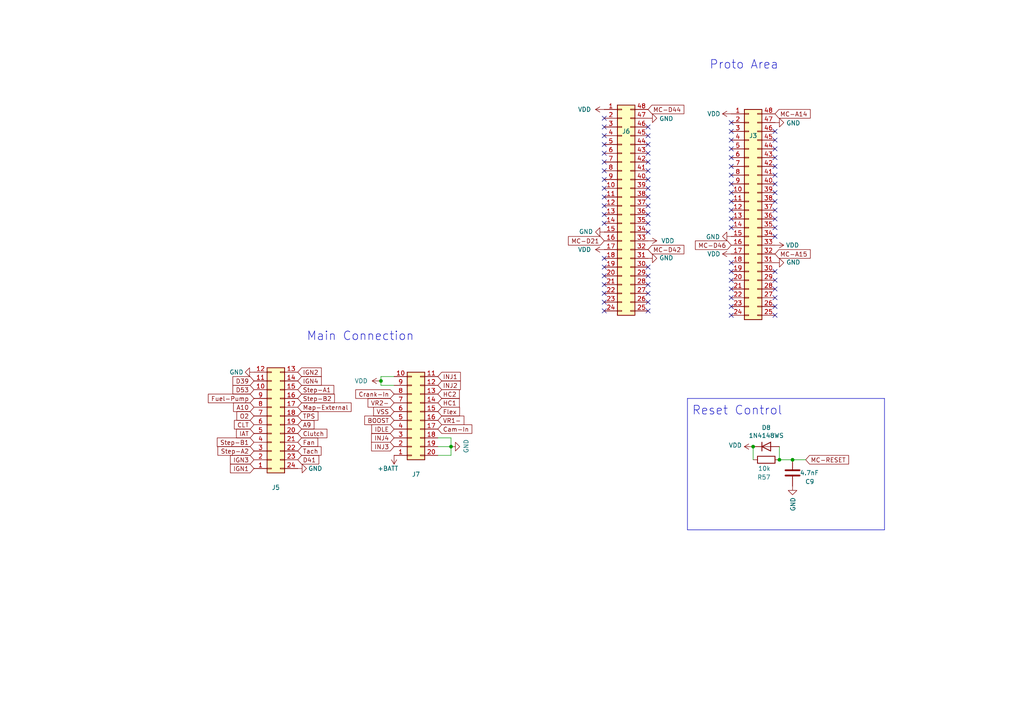
<source format=kicad_sch>
(kicad_sch (version 20230121) (generator eeschema)
  (paper "A4")
  (title_block (title "Pre-Ignition X4") (date "2022-10-1") (rev "MX4B-2") (company "DetonationEMS") (comment 1 "detonationems.com"))
  (lib_symbols
    (symbol "Connector_Generic:Conn_02x10_Counter_Clockwise" (pin_names (offset 1.016) hide)
      (property "Reference" "J" (at 1.27 12.7 0))
      (property "Value" "Conn_02x10_Counter_Clockwise" (at 1.27 -15.24 0))
      (symbol "Conn_02x10_Counter_Clockwise_1_1"
        (rectangle (start -1.27 -12.573) (end 0 -12.827) (stroke (width 0.1524)))
        (rectangle (start -1.27 -10.033) (end 0 -10.287) (stroke (width 0.1524)))
        (rectangle (start -1.27 -7.493) (end 0 -7.747) (stroke (width 0.1524)))
        (rectangle (start -1.27 -4.953) (end 0 -5.207) (stroke (width 0.1524)))
        (rectangle (start -1.27 -2.413) (end 0 -2.667) (stroke (width 0.1524)))
        (rectangle (start -1.27 0.127) (end 0 -0.127) (stroke (width 0.1524)))
        (rectangle (start -1.27 2.667) (end 0 2.413) (stroke (width 0.1524)))
        (rectangle (start -1.27 5.207) (end 0 4.953) (stroke (width 0.1524)))
        (rectangle (start -1.27 7.747) (end 0 7.493) (stroke (width 0.1524)))
        (rectangle (start -1.27 10.287) (end 0 10.033) (stroke (width 0.1524)))
        (rectangle (start -1.27 11.43) (end 3.81 -13.97) (stroke (width 0.254)) (fill (type background)))
        (rectangle (start 3.81 -12.573) (end 2.54 -12.827) (stroke (width 0.1524)))
        (rectangle (start 3.81 -10.033) (end 2.54 -10.287) (stroke (width 0.1524)))
        (rectangle (start 3.81 -7.493) (end 2.54 -7.747) (stroke (width 0.1524)))
        (rectangle (start 3.81 -4.953) (end 2.54 -5.207) (stroke (width 0.1524)))
        (rectangle (start 3.81 -2.413) (end 2.54 -2.667) (stroke (width 0.1524)))
        (rectangle (start 3.81 0.127) (end 2.54 -0.127) (stroke (width 0.1524)))
        (rectangle (start 3.81 2.667) (end 2.54 2.413) (stroke (width 0.1524)))
        (rectangle (start 3.81 5.207) (end 2.54 4.953) (stroke (width 0.1524)))
        (rectangle (start 3.81 7.747) (end 2.54 7.493) (stroke (width 0.1524)))
        (rectangle (start 3.81 10.287) (end 2.54 10.033) (stroke (width 0.1524)))
        (pin passive line (at -5.08 10.16 0) (length 3.81) (name "Pin_1") (number "1"))
        (pin passive line (at -5.08 -12.7 0) (length 3.81) (name "Pin_10") (number "10"))
        (pin passive line (at 7.62 -12.7 180) (length 3.81) (name "Pin_11") (number "11"))
        (pin passive line (at 7.62 -10.16 180) (length 3.81) (name "Pin_12") (number "12"))
        (pin passive line (at 7.62 -7.62 180) (length 3.81) (name "Pin_13") (number "13"))
        (pin passive line (at 7.62 -5.08 180) (length 3.81) (name "Pin_14") (number "14"))
        (pin passive line (at 7.62 -2.54 180) (length 3.81) (name "Pin_15") (number "15"))
        (pin passive line (at 7.62 0 180) (length 3.81) (name "Pin_16") (number "16"))
        (pin passive line (at 7.62 2.54 180) (length 3.81) (name "Pin_17") (number "17"))
        (pin passive line (at 7.62 5.08 180) (length 3.81) (name "Pin_18") (number "18"))
        (pin passive line (at 7.62 7.62 180) (length 3.81) (name "Pin_19") (number "19"))
        (pin passive line (at -5.08 7.62 0) (length 3.81) (name "Pin_2") (number "2"))
        (pin passive line (at 7.62 10.16 180) (length 3.81) (name "Pin_20") (number "20"))
        (pin passive line (at -5.08 5.08 0) (length 3.81) (name "Pin_3") (number "3"))
        (pin passive line (at -5.08 2.54 0) (length 3.81) (name "Pin_4") (number "4"))
        (pin passive line (at -5.08 0 0) (length 3.81) (name "Pin_5") (number "5"))
        (pin passive line (at -5.08 -2.54 0) (length 3.81) (name "Pin_6") (number "6"))
        (pin passive line (at -5.08 -5.08 0) (length 3.81) (name "Pin_7") (number "7"))
        (pin passive line (at -5.08 -7.62 0) (length 3.81) (name "Pin_8") (number "8"))
        (pin passive line (at -5.08 -10.16 0) (length 3.81) (name "Pin_9") (number "9"))
      )
    )
    (symbol "Connector_Generic:Conn_02x12_Counter_Clockwise" (pin_names (offset 1.016) hide)
      (property "Reference" "J" (at 1.27 15.24 0))
      (property "Value" "Conn_02x12_Counter_Clockwise" (at 1.27 -17.78 0))
      (symbol "Conn_02x12_Counter_Clockwise_1_1"
        (rectangle (start -1.27 -15.113) (end 0 -15.367) (stroke (width 0.1524)))
        (rectangle (start -1.27 -12.573) (end 0 -12.827) (stroke (width 0.1524)))
        (rectangle (start -1.27 -10.033) (end 0 -10.287) (stroke (width 0.1524)))
        (rectangle (start -1.27 -7.493) (end 0 -7.747) (stroke (width 0.1524)))
        (rectangle (start -1.27 -4.953) (end 0 -5.207) (stroke (width 0.1524)))
        (rectangle (start -1.27 -2.413) (end 0 -2.667) (stroke (width 0.1524)))
        (rectangle (start -1.27 0.127) (end 0 -0.127) (stroke (width 0.1524)))
        (rectangle (start -1.27 2.667) (end 0 2.413) (stroke (width 0.1524)))
        (rectangle (start -1.27 5.207) (end 0 4.953) (stroke (width 0.1524)))
        (rectangle (start -1.27 7.747) (end 0 7.493) (stroke (width 0.1524)))
        (rectangle (start -1.27 10.287) (end 0 10.033) (stroke (width 0.1524)))
        (rectangle (start -1.27 12.827) (end 0 12.573) (stroke (width 0.1524)))
        (rectangle (start -1.27 13.97) (end 3.81 -16.51) (stroke (width 0.254)) (fill (type background)))
        (rectangle (start 3.81 -15.113) (end 2.54 -15.367) (stroke (width 0.1524)))
        (rectangle (start 3.81 -12.573) (end 2.54 -12.827) (stroke (width 0.1524)))
        (rectangle (start 3.81 -10.033) (end 2.54 -10.287) (stroke (width 0.1524)))
        (rectangle (start 3.81 -7.493) (end 2.54 -7.747) (stroke (width 0.1524)))
        (rectangle (start 3.81 -4.953) (end 2.54 -5.207) (stroke (width 0.1524)))
        (rectangle (start 3.81 -2.413) (end 2.54 -2.667) (stroke (width 0.1524)))
        (rectangle (start 3.81 0.127) (end 2.54 -0.127) (stroke (width 0.1524)))
        (rectangle (start 3.81 2.667) (end 2.54 2.413) (stroke (width 0.1524)))
        (rectangle (start 3.81 5.207) (end 2.54 4.953) (stroke (width 0.1524)))
        (rectangle (start 3.81 7.747) (end 2.54 7.493) (stroke (width 0.1524)))
        (rectangle (start 3.81 10.287) (end 2.54 10.033) (stroke (width 0.1524)))
        (rectangle (start 3.81 12.827) (end 2.54 12.573) (stroke (width 0.1524)))
        (pin passive line (at -5.08 12.7 0) (length 3.81) (name "Pin_1") (number "1"))
        (pin passive line (at -5.08 -10.16 0) (length 3.81) (name "Pin_10") (number "10"))
        (pin passive line (at -5.08 -12.7 0) (length 3.81) (name "Pin_11") (number "11"))
        (pin passive line (at -5.08 -15.24 0) (length 3.81) (name "Pin_12") (number "12"))
        (pin passive line (at 7.62 -15.24 180) (length 3.81) (name "Pin_13") (number "13"))
        (pin passive line (at 7.62 -12.7 180) (length 3.81) (name "Pin_14") (number "14"))
        (pin passive line (at 7.62 -10.16 180) (length 3.81) (name "Pin_15") (number "15"))
        (pin passive line (at 7.62 -7.62 180) (length 3.81) (name "Pin_16") (number "16"))
        (pin passive line (at 7.62 -5.08 180) (length 3.81) (name "Pin_17") (number "17"))
        (pin passive line (at 7.62 -2.54 180) (length 3.81) (name "Pin_18") (number "18"))
        (pin passive line (at 7.62 0 180) (length 3.81) (name "Pin_19") (number "19"))
        (pin passive line (at -5.08 10.16 0) (length 3.81) (name "Pin_2") (number "2"))
        (pin passive line (at 7.62 2.54 180) (length 3.81) (name "Pin_20") (number "20"))
        (pin passive line (at 7.62 5.08 180) (length 3.81) (name "Pin_21") (number "21"))
        (pin passive line (at 7.62 7.62 180) (length 3.81) (name "Pin_22") (number "22"))
        (pin passive line (at 7.62 10.16 180) (length 3.81) (name "Pin_23") (number "23"))
        (pin passive line (at 7.62 12.7 180) (length 3.81) (name "Pin_24") (number "24"))
        (pin passive line (at -5.08 7.62 0) (length 3.81) (name "Pin_3") (number "3"))
        (pin passive line (at -5.08 5.08 0) (length 3.81) (name "Pin_4") (number "4"))
        (pin passive line (at -5.08 2.54 0) (length 3.81) (name "Pin_5") (number "5"))
        (pin passive line (at -5.08 0 0) (length 3.81) (name "Pin_6") (number "6"))
        (pin passive line (at -5.08 -2.54 0) (length 3.81) (name "Pin_7") (number "7"))
        (pin passive line (at -5.08 -5.08 0) (length 3.81) (name "Pin_8") (number "8"))
        (pin passive line (at -5.08 -7.62 0) (length 3.81) (name "Pin_9") (number "9"))
      )
    )
    (symbol "Connector_Generic:Conn_02x24_Counter_Clockwise" (pin_names (offset 1.016) hide)
      (property "Reference" "J" (at 1.27 30.48 0))
      (property "Value" "Conn_02x24_Counter_Clockwise" (at 1.27 -33.02 0))
      (symbol "Conn_02x24_Counter_Clockwise_1_1"
        (rectangle (start -1.27 -30.353) (end 0 -30.607) (stroke (width 0.1524)))
        (rectangle (start -1.27 -27.813) (end 0 -28.067) (stroke (width 0.1524)))
        (rectangle (start -1.27 -25.273) (end 0 -25.527) (stroke (width 0.1524)))
        (rectangle (start -1.27 -22.733) (end 0 -22.987) (stroke (width 0.1524)))
        (rectangle (start -1.27 -20.193) (end 0 -20.447) (stroke (width 0.1524)))
        (rectangle (start -1.27 -17.653) (end 0 -17.907) (stroke (width 0.1524)))
        (rectangle (start -1.27 -15.113) (end 0 -15.367) (stroke (width 0.1524)))
        (rectangle (start -1.27 -12.573) (end 0 -12.827) (stroke (width 0.1524)))
        (rectangle (start -1.27 -10.033) (end 0 -10.287) (stroke (width 0.1524)))
        (rectangle (start -1.27 -7.493) (end 0 -7.747) (stroke (width 0.1524)))
        (rectangle (start -1.27 -4.953) (end 0 -5.207) (stroke (width 0.1524)))
        (rectangle (start -1.27 -2.413) (end 0 -2.667) (stroke (width 0.1524)))
        (rectangle (start -1.27 0.127) (end 0 -0.127) (stroke (width 0.1524)))
        (rectangle (start -1.27 2.667) (end 0 2.413) (stroke (width 0.1524)))
        (rectangle (start -1.27 5.207) (end 0 4.953) (stroke (width 0.1524)))
        (rectangle (start -1.27 7.747) (end 0 7.493) (stroke (width 0.1524)))
        (rectangle (start -1.27 10.287) (end 0 10.033) (stroke (width 0.1524)))
        (rectangle (start -1.27 12.827) (end 0 12.573) (stroke (width 0.1524)))
        (rectangle (start -1.27 15.367) (end 0 15.113) (stroke (width 0.1524)))
        (rectangle (start -1.27 17.907) (end 0 17.653) (stroke (width 0.1524)))
        (rectangle (start -1.27 20.447) (end 0 20.193) (stroke (width 0.1524)))
        (rectangle (start -1.27 22.987) (end 0 22.733) (stroke (width 0.1524)))
        (rectangle (start -1.27 25.527) (end 0 25.273) (stroke (width 0.1524)))
        (rectangle (start -1.27 28.067) (end 0 27.813) (stroke (width 0.1524)))
        (rectangle (start -1.27 29.21) (end 3.81 -31.75) (stroke (width 0.254)) (fill (type background)))
        (rectangle (start 3.81 -30.353) (end 2.54 -30.607) (stroke (width 0.1524)))
        (rectangle (start 3.81 -27.813) (end 2.54 -28.067) (stroke (width 0.1524)))
        (rectangle (start 3.81 -25.273) (end 2.54 -25.527) (stroke (width 0.1524)))
        (rectangle (start 3.81 -22.733) (end 2.54 -22.987) (stroke (width 0.1524)))
        (rectangle (start 3.81 -20.193) (end 2.54 -20.447) (stroke (width 0.1524)))
        (rectangle (start 3.81 -17.653) (end 2.54 -17.907) (stroke (width 0.1524)))
        (rectangle (start 3.81 -15.113) (end 2.54 -15.367) (stroke (width 0.1524)))
        (rectangle (start 3.81 -12.573) (end 2.54 -12.827) (stroke (width 0.1524)))
        (rectangle (start 3.81 -10.033) (end 2.54 -10.287) (stroke (width 0.1524)))
        (rectangle (start 3.81 -7.493) (end 2.54 -7.747) (stroke (width 0.1524)))
        (rectangle (start 3.81 -4.953) (end 2.54 -5.207) (stroke (width 0.1524)))
        (rectangle (start 3.81 -2.413) (end 2.54 -2.667) (stroke (width 0.1524)))
        (rectangle (start 3.81 0.127) (end 2.54 -0.127) (stroke (width 0.1524)))
        (rectangle (start 3.81 2.667) (end 2.54 2.413) (stroke (width 0.1524)))
        (rectangle (start 3.81 5.207) (end 2.54 4.953) (stroke (width 0.1524)))
        (rectangle (start 3.81 7.747) (end 2.54 7.493) (stroke (width 0.1524)))
        (rectangle (start 3.81 10.287) (end 2.54 10.033) (stroke (width 0.1524)))
        (rectangle (start 3.81 12.827) (end 2.54 12.573) (stroke (width 0.1524)))
        (rectangle (start 3.81 15.367) (end 2.54 15.113) (stroke (width 0.1524)))
        (rectangle (start 3.81 17.907) (end 2.54 17.653) (stroke (width 0.1524)))
        (rectangle (start 3.81 20.447) (end 2.54 20.193) (stroke (width 0.1524)))
        (rectangle (start 3.81 22.987) (end 2.54 22.733) (stroke (width 0.1524)))
        (rectangle (start 3.81 25.527) (end 2.54 25.273) (stroke (width 0.1524)))
        (rectangle (start 3.81 28.067) (end 2.54 27.813) (stroke (width 0.1524)))
        (pin passive line (at -5.08 27.94 0) (length 3.81) (name "Pin_1") (number "1"))
        (pin passive line (at -5.08 5.08 0) (length 3.81) (name "Pin_10") (number "10"))
        (pin passive line (at -5.08 2.54 0) (length 3.81) (name "Pin_11") (number "11"))
        (pin passive line (at -5.08 0 0) (length 3.81) (name "Pin_12") (number "12"))
        (pin passive line (at -5.08 -2.54 0) (length 3.81) (name "Pin_13") (number "13"))
        (pin passive line (at -5.08 -5.08 0) (length 3.81) (name "Pin_14") (number "14"))
        (pin passive line (at -5.08 -7.62 0) (length 3.81) (name "Pin_15") (number "15"))
        (pin passive line (at -5.08 -10.16 0) (length 3.81) (name "Pin_16") (number "16"))
        (pin passive line (at -5.08 -12.7 0) (length 3.81) (name "Pin_17") (number "17"))
        (pin passive line (at -5.08 -15.24 0) (length 3.81) (name "Pin_18") (number "18"))
        (pin passive line (at -5.08 -17.78 0) (length 3.81) (name "Pin_19") (number "19"))
        (pin passive line (at -5.08 25.4 0) (length 3.81) (name "Pin_2") (number "2"))
        (pin passive line (at -5.08 -20.32 0) (length 3.81) (name "Pin_20") (number "20"))
        (pin passive line (at -5.08 -22.86 0) (length 3.81) (name "Pin_21") (number "21"))
        (pin passive line (at -5.08 -25.4 0) (length 3.81) (name "Pin_22") (number "22"))
        (pin passive line (at -5.08 -27.94 0) (length 3.81) (name "Pin_23") (number "23"))
        (pin passive line (at -5.08 -30.48 0) (length 3.81) (name "Pin_24") (number "24"))
        (pin passive line (at 7.62 -30.48 180) (length 3.81) (name "Pin_25") (number "25"))
        (pin passive line (at 7.62 -27.94 180) (length 3.81) (name "Pin_26") (number "26"))
        (pin passive line (at 7.62 -25.4 180) (length 3.81) (name "Pin_27") (number "27"))
        (pin passive line (at 7.62 -22.86 180) (length 3.81) (name "Pin_28") (number "28"))
        (pin passive line (at 7.62 -20.32 180) (length 3.81) (name "Pin_29") (number "29"))
        (pin passive line (at -5.08 22.86 0) (length 3.81) (name "Pin_3") (number "3"))
        (pin passive line (at 7.62 -17.78 180) (length 3.81) (name "Pin_30") (number "30"))
        (pin passive line (at 7.62 -15.24 180) (length 3.81) (name "Pin_31") (number "31"))
        (pin passive line (at 7.62 -12.7 180) (length 3.81) (name "Pin_32") (number "32"))
        (pin passive line (at 7.62 -10.16 180) (length 3.81) (name "Pin_33") (number "33"))
        (pin passive line (at 7.62 -7.62 180) (length 3.81) (name "Pin_34") (number "34"))
        (pin passive line (at 7.62 -5.08 180) (length 3.81) (name "Pin_35") (number "35"))
        (pin passive line (at 7.62 -2.54 180) (length 3.81) (name "Pin_36") (number "36"))
        (pin passive line (at 7.62 0 180) (length 3.81) (name "Pin_37") (number "37"))
        (pin passive line (at 7.62 2.54 180) (length 3.81) (name "Pin_38") (number "38"))
        (pin passive line (at 7.62 5.08 180) (length 3.81) (name "Pin_39") (number "39"))
        (pin passive line (at -5.08 20.32 0) (length 3.81) (name "Pin_4") (number "4"))
        (pin passive line (at 7.62 7.62 180) (length 3.81) (name "Pin_40") (number "40"))
        (pin passive line (at 7.62 10.16 180) (length 3.81) (name "Pin_41") (number "41"))
        (pin passive line (at 7.62 12.7 180) (length 3.81) (name "Pin_42") (number "42"))
        (pin passive line (at 7.62 15.24 180) (length 3.81) (name "Pin_43") (number "43"))
        (pin passive line (at 7.62 17.78 180) (length 3.81) (name "Pin_44") (number "44"))
        (pin passive line (at 7.62 20.32 180) (length 3.81) (name "Pin_45") (number "45"))
        (pin passive line (at 7.62 22.86 180) (length 3.81) (name "Pin_46") (number "46"))
        (pin passive line (at 7.62 25.4 180) (length 3.81) (name "Pin_47") (number "47"))
        (pin passive line (at 7.62 27.94 180) (length 3.81) (name "Pin_48") (number "48"))
        (pin passive line (at -5.08 17.78 0) (length 3.81) (name "Pin_5") (number "5"))
        (pin passive line (at -5.08 15.24 0) (length 3.81) (name "Pin_6") (number "6"))
        (pin passive line (at -5.08 12.7 0) (length 3.81) (name "Pin_7") (number "7"))
        (pin passive line (at -5.08 10.16 0) (length 3.81) (name "Pin_8") (number "8"))
        (pin passive line (at -5.08 7.62 0) (length 3.81) (name "Pin_9") (number "9"))
      )
    )
    (symbol "Device:C" (pin_numbers hide) (pin_names (offset 0.254))
      (property "Reference" "C" (at 0.635 2.54 0))
      (property "Value" "C" (at 0.635 -2.54 0))
      (symbol "C_0_1"
        (polyline (pts (xy -2.032 -0.762) (xy 2.032 -0.762)) (stroke (width 0.508)))
        (polyline (pts (xy -2.032 0.762) (xy 2.032 0.762)) (stroke (width 0.508)))
      )
      (symbol "C_1_1"
        (pin passive line (at 0 3.81 270) (length 2.794) (name "~") (number "1"))
        (pin passive line (at 0 -3.81 90) (length 2.794) (name "~") (number "2"))
      )
    )
    (symbol "Device:D" (pin_numbers hide) (pin_names (offset 1.016) hide)
      (property "Reference" "D" (at 0 2.54 0))
      (property "Value" "D" (at 0 -2.54 0))
      (symbol "D_0_1"
        (polyline (pts (xy -1.27 1.27) (xy -1.27 -1.27)) (stroke (width 0.254)))
        (polyline (pts (xy 1.27 0) (xy -1.27 0)))
        (polyline (pts (xy 1.27 1.27) (xy 1.27 -1.27) (xy -1.27 0) (xy 1.27 1.27)) (stroke (width 0.254)))
      )
      (symbol "D_1_1"
        (pin passive line (at -3.81 0 0) (length 2.54) (name "K") (number "1"))
        (pin passive line (at 3.81 0 180) (length 2.54) (name "A") (number "2"))
      )
    )
    (symbol "Device:R" (pin_numbers hide) (pin_names (offset 0))
      (property "Reference" "R" (at 2.032 0 90))
      (property "Value" "R" (at 0 0 90))
      (symbol "R_0_1"
        (rectangle (start -1.016 -2.54) (end 1.016 2.54) (stroke (width 0.254)))
      )
      (symbol "R_1_1"
        (pin passive line (at 0 3.81 270) (length 1.27) (name "~") (number "1"))
        (pin passive line (at 0 -3.81 90) (length 1.27) (name "~") (number "2"))
      )
    )
    (symbol "power:+BATT" (power) (pin_names (offset 0))
      (property "Value" "+BATT" (at 0 3.556 0))
      (symbol "+BATT_0_1"
        (polyline (pts (xy -0.762 1.27) (xy 0 2.54)))
        (polyline (pts (xy 0 0) (xy 0 2.54)))
        (polyline (pts (xy 0 2.54) (xy 0.762 1.27)))
      )
      (symbol "+BATT_1_1"
        (pin power_in line (at 0 0 90) (length 0) hide (name "+BATT") (number "1"))
      )
    )
    (symbol "power:GND" (power) (pin_names (offset 0))
      (property "Value" "GND" (at 0 -3.81 0))
      (symbol "GND_0_1"
        (polyline (pts (xy 0 0) (xy 0 -1.27) (xy 1.27 -1.27) (xy 0 -2.54) (xy -1.27 -1.27) (xy 0 -1.27)))
      )
      (symbol "GND_1_1"
        (pin power_in line (at 0 0 270) (length 0) hide (name "GND") (number "1"))
      )
    )
    (symbol "power:VDD" (power) (pin_names (offset 0))
      (property "Value" "VDD" (at 0 3.81 0))
      (symbol "VDD_0_1"
        (polyline (pts (xy -0.762 1.27) (xy 0 2.54)))
        (polyline (pts (xy 0 0) (xy 0 2.54)))
        (polyline (pts (xy 0 2.54) (xy 0.762 1.27)))
      )
      (symbol "VDD_1_1"
        (pin power_in line (at 0 0 90) (length 0) hide (name "VDD") (number "1"))
      )
    )
  )
  (junction (at 130.81 129.54))
  (junction (at 226.06 133.35))
  (junction (at 229.87 133.35))
  (junction (at 110.49 110.49))
  (junction (at 218.44 129.54))
  (no_connect (at 212.09 83.82))
  (no_connect (at 212.09 45.72))
  (no_connect (at 224.79 81.28))
  (no_connect (at 175.26 64.77))
  (no_connect (at 187.96 36.83))
  (no_connect (at 187.96 90.17))
  (no_connect (at 212.09 91.44))
  (no_connect (at 175.26 54.61))
  (no_connect (at 187.96 44.45))
  (no_connect (at 187.96 46.99))
  (no_connect (at 224.79 45.72))
  (no_connect (at 175.26 85.09))
  (no_connect (at 187.96 62.23))
  (no_connect (at 187.96 80.01))
  (no_connect (at 212.09 53.34))
  (no_connect (at 175.26 77.47))
  (no_connect (at 187.96 41.91))
  (no_connect (at 224.79 88.9))
  (no_connect (at 212.09 43.18))
  (no_connect (at 224.79 68.58))
  (no_connect (at 224.79 58.42))
  (no_connect (at 224.79 38.1))
  (no_connect (at 175.26 34.29))
  (no_connect (at 187.96 87.63))
  (no_connect (at 212.09 58.42))
  (no_connect (at 212.09 86.36))
  (no_connect (at 224.79 86.36))
  (no_connect (at 224.79 53.34))
  (no_connect (at 224.79 83.82))
  (no_connect (at 212.09 81.28))
  (no_connect (at 224.79 91.44))
  (no_connect (at 175.26 44.45))
  (no_connect (at 175.26 41.91))
  (no_connect (at 212.09 55.88))
  (no_connect (at 212.09 35.56))
  (no_connect (at 224.79 55.88))
  (no_connect (at 224.79 43.18))
  (no_connect (at 212.09 78.74))
  (no_connect (at 175.26 82.55))
  (no_connect (at 175.26 62.23))
  (no_connect (at 187.96 59.69))
  (no_connect (at 187.96 54.61))
  (no_connect (at 187.96 64.77))
  (no_connect (at 212.09 38.1))
  (no_connect (at 187.96 57.15))
  (no_connect (at 187.96 77.47))
  (no_connect (at 175.26 80.01))
  (no_connect (at 212.09 40.64))
  (no_connect (at 224.79 63.5))
  (no_connect (at 175.26 36.83))
  (no_connect (at 175.26 49.53))
  (no_connect (at 224.79 66.04))
  (no_connect (at 187.96 49.53))
  (no_connect (at 224.79 40.64))
  (no_connect (at 187.96 67.31))
  (no_connect (at 212.09 60.96))
  (no_connect (at 224.79 60.96))
  (no_connect (at 175.26 90.17))
  (no_connect (at 212.09 76.2))
  (no_connect (at 212.09 88.9))
  (no_connect (at 212.09 50.8))
  (no_connect (at 212.09 63.5))
  (no_connect (at 224.79 48.26))
  (no_connect (at 175.26 52.07))
  (no_connect (at 175.26 87.63))
  (no_connect (at 175.26 39.37))
  (no_connect (at 212.09 66.04))
  (no_connect (at 175.26 59.69))
  (no_connect (at 224.79 78.74))
  (no_connect (at 224.79 50.8))
  (no_connect (at 187.96 82.55))
  (no_connect (at 187.96 85.09))
  (no_connect (at 175.26 46.99))
  (no_connect (at 175.26 74.93))
  (no_connect (at 175.26 57.15))
  (no_connect (at 187.96 39.37))
  (no_connect (at 187.96 52.07))
  (no_connect (at 212.09 48.26))
  (wire (pts (xy 218.44 129.54) (xy 218.44 133.35)))
  (wire (pts (xy 130.81 127) (xy 130.81 129.54)))
  (wire (pts (xy 110.49 110.49) (xy 110.49 111.76)))
  (polyline (pts (xy 199.39 115.57) (xy 199.39 153.67)))
  (wire (pts (xy 110.49 111.76) (xy 114.3 111.76)))
  (wire (pts (xy 229.87 133.35) (xy 226.06 133.35)))
  (wire (pts (xy 127 132.08) (xy 130.81 132.08)))
  (polyline (pts (xy 256.54 153.67) (xy 256.54 115.57)))
  (wire (pts (xy 127 127) (xy 130.81 127)))
  (wire (pts (xy 130.81 129.54) (xy 130.81 132.08)))
  (wire (pts (xy 110.49 109.22) (xy 110.49 110.49)))
  (wire (pts (xy 226.06 129.54) (xy 226.06 133.35)))
  (wire (pts (xy 233.68 133.35) (xy 229.87 133.35)))
  (wire (pts (xy 110.49 109.22) (xy 114.3 109.22)))
  (polyline (pts (xy 199.39 153.67) (xy 256.54 153.67)))
  (wire (pts (xy 127 129.54) (xy 130.81 129.54)))
  (polyline (pts (xy 256.54 115.57) (xy 199.39 115.57)))
  (text "Reset Control" (at 200.66 120.65 0) (effects (font (size 2.54 2.54)) (justify left bottom)))
  (text "Main Connection" (at 88.9 99.06 0) (effects (font (size 2.4892 2.4892)) (justify left bottom)))
  (text "Proto Area" (at 205.74 20.32 0) (effects (font (size 2.4892 2.4892)) (justify left bottom)))
  (global_label "VR2-" (shape input) (at 114.3 116.84 180) (property "Intersheetrefs" "${INTERSHEET_REFS}" (effects hide)))
  (global_label "Step-B2" (shape input) (at 86.36 115.57 0) (property "Intersheetrefs" "${INTERSHEET_REFS}" (effects hide)))
  (global_label "Step-B1" (shape input) (at 73.66 128.27 180) (property "Intersheetrefs" "${INTERSHEET_REFS}" (effects hide)))
  (global_label "INJ1" (shape input) (at 127 109.22 0) (property "Intersheetrefs" "${INTERSHEET_REFS}" (effects hide)))
  (global_label "VR1-" (shape input) (at 127 121.92 0) (property "Intersheetrefs" "${INTERSHEET_REFS}" (effects hide)))
  (global_label "CLT" (shape input) (at 73.66 123.19 180) (property "Intersheetrefs" "${INTERSHEET_REFS}" (effects hide)))
  (global_label "IGN3" (shape input) (at 73.66 133.35 180) (property "Intersheetrefs" "${INTERSHEET_REFS}" (effects hide)))
  (global_label "MC-D21" (shape input) (at 175.26 69.85 180) (property "Intersheetrefs" "${INTERSHEET_REFS}" (effects hide)))
  (global_label "Fuel-Pump" (shape input) (at 73.66 115.57 180) (property "Intersheetrefs" "${INTERSHEET_REFS}" (effects hide)))
  (global_label "D39" (shape input) (at 73.66 110.49 180) (property "Intersheetrefs" "${INTERSHEET_REFS}" (effects hide)))
  (global_label "A10" (shape input) (at 73.66 118.11 180) (property "Intersheetrefs" "${INTERSHEET_REFS}" (effects hide)))
  (global_label "MC-A14" (shape input) (at 224.79 33.02 0) (property "Intersheetrefs" "${INTERSHEET_REFS}" (effects hide)))
  (global_label "VSS" (shape input) (at 114.3 119.38 180) (property "Intersheetrefs" "${INTERSHEET_REFS}" (effects hide)))
  (global_label "Cam-In" (shape input) (at 127 124.46 0) (property "Intersheetrefs" "${INTERSHEET_REFS}" (effects hide)))
  (global_label "Crank-In" (shape input) (at 114.3 114.3 180) (property "Intersheetrefs" "${INTERSHEET_REFS}" (effects hide)))
  (global_label "Clutch" (shape input) (at 86.36 125.73 0) (property "Intersheetrefs" "${INTERSHEET_REFS}" (effects hide)))
  (global_label "BOOST" (shape input) (at 114.3 121.92 180) (property "Intersheetrefs" "${INTERSHEET_REFS}" (effects hide)))
  (global_label "IDLE" (shape input) (at 114.3 124.46 180) (property "Intersheetrefs" "${INTERSHEET_REFS}" (effects hide)))
  (global_label "INJ3" (shape input) (at 114.3 129.54 180) (property "Intersheetrefs" "${INTERSHEET_REFS}" (effects hide)))
  (global_label "Step-A2" (shape input) (at 73.66 130.81 180) (property "Intersheetrefs" "${INTERSHEET_REFS}" (effects hide)))
  (global_label "Fan" (shape input) (at 86.36 128.27 0) (property "Intersheetrefs" "${INTERSHEET_REFS}" (effects hide)))
  (global_label "A9" (shape input) (at 86.36 123.19 0) (property "Intersheetrefs" "${INTERSHEET_REFS}" (effects hide)))
  (global_label "MC-D44" (shape input) (at 187.96 31.75 0) (property "Intersheetrefs" "${INTERSHEET_REFS}" (effects hide)))
  (global_label "HC2" (shape input) (at 127 114.3 0) (property "Intersheetrefs" "${INTERSHEET_REFS}" (effects hide)))
  (global_label "Map-External" (shape input) (at 86.36 118.11 0) (property "Intersheetrefs" "${INTERSHEET_REFS}" (effects hide)))
  (global_label "IGN1" (shape input) (at 73.66 135.89 180) (property "Intersheetrefs" "${INTERSHEET_REFS}" (effects hide)))
  (global_label "INJ4" (shape input) (at 114.3 127 180) (property "Intersheetrefs" "${INTERSHEET_REFS}" (effects hide)))
  (global_label "Flex" (shape input) (at 127 119.38 0) (property "Intersheetrefs" "${INTERSHEET_REFS}" (effects hide)))
  (global_label "Tach" (shape input) (at 86.36 130.81 0) (property "Intersheetrefs" "${INTERSHEET_REFS}" (effects hide)))
  (global_label "MC-D42" (shape input) (at 187.96 72.39 0) (property "Intersheetrefs" "${INTERSHEET_REFS}" (effects hide)))
  (global_label "IGN2" (shape input) (at 86.36 107.95 0) (property "Intersheetrefs" "${INTERSHEET_REFS}" (effects hide)))
  (global_label "MC-A15" (shape input) (at 224.79 73.66 0) (property "Intersheetrefs" "${INTERSHEET_REFS}" (effects hide)))
  (global_label "D41" (shape input) (at 86.36 133.35 0) (property "Intersheetrefs" "${INTERSHEET_REFS}" (effects hide)))
  (global_label "MC-RESET" (shape input) (at 233.68 133.35 0) (property "Intersheetrefs" "${INTERSHEET_REFS}" (effects hide)))
  (global_label "Step-A1" (shape input) (at 86.36 113.03 0) (property "Intersheetrefs" "${INTERSHEET_REFS}" (effects hide)))
  (global_label "IGN4" (shape input) (at 86.36 110.49 0) (property "Intersheetrefs" "${INTERSHEET_REFS}" (effects hide)))
  (global_label "IAT" (shape input) (at 73.66 125.73 180) (property "Intersheetrefs" "${INTERSHEET_REFS}" (effects hide)))
  (global_label "HC1" (shape input) (at 127 116.84 0) (property "Intersheetrefs" "${INTERSHEET_REFS}" (effects hide)))
  (global_label "TPS" (shape input) (at 86.36 120.65 0) (property "Intersheetrefs" "${INTERSHEET_REFS}" (effects hide)))
  (global_label "MC-D46" (shape input) (at 212.09 71.12 180) (property "Intersheetrefs" "${INTERSHEET_REFS}" (effects hide)))
  (global_label "D53" (shape input) (at 73.66 113.03 180) (property "Intersheetrefs" "${INTERSHEET_REFS}" (effects hide)))
  (global_label "INJ2" (shape input) (at 127 111.76 0) (property "Intersheetrefs" "${INTERSHEET_REFS}" (effects hide)))
  (global_label "O2" (shape input) (at 73.66 120.65 180) (property "Intersheetrefs" "${INTERSHEET_REFS}" (effects hide)))
  (symbol (lib_id "Device:R") (at 222.25 133.35 90) (unit 1)
    (property "Reference" "R57" (at 223.52 138.43 90) (effects (justify left)))
    (property "Value" "10k" (at 223.52 135.89 90) (effects (justify left)))
    (property "Footprint" "Resistor_SMD:R_0603_1608Metric" (effects hide))
    (property "LCSC" "C25804" (effects hide))
  )
  (symbol (lib_id "power:GND") (at 212.09 68.58 270) (unit 1)
    (property "Reference" "#PWR0129" (effects hide))
    (property "Value" "GND" (at 208.8388 68.707 90) (effects (justify right)))
  )
  (symbol (lib_id "power:GND") (at 187.96 34.29 90) (mirror x) (unit 1)
    (property "Reference" "#PWR0130" (effects hide))
    (property "Value" "GND" (at 191.2112 34.417 90) (effects (justify right)))
  )
  (symbol (lib_id "power:GND") (at 224.79 35.56 90) (mirror x) (unit 1)
    (property "Reference" "#PWR0131" (effects hide))
    (property "Value" "GND" (at 228.0412 35.687 90) (effects (justify right)))
  )
  (symbol (lib_id "power:GND") (at 224.79 76.2 90) (unit 1)
    (property "Reference" "#PWR0132" (effects hide))
    (property "Value" "GND" (at 228.0412 76.073 90) (effects (justify right)))
  )
  (symbol (lib_id "Device:C") (at 229.87 137.16 180) (unit 1)
    (property "Reference" "C9" (at 236.22 139.7 0) (effects (justify left)))
    (property "Value" "4.7nF" (at 237.49 137.16 0) (effects (justify left)))
    (property "Footprint" "Capacitor_SMD:C_0603_1608Metric" (effects hide))
    (property "LCSC" "C53987" (effects hide))
  )
  (symbol (lib_id "power:VDD") (at 218.44 129.54 90) (unit 1)
    (property "Reference" "#PWR0109" (effects hide))
    (property "Value" "VDD" (at 215.1888 129.159 90) (effects (justify left)))
  )
  (symbol (lib_id "power:GND") (at 229.87 140.97 0) (unit 1)
    (property "Reference" "#PWR0110" (effects hide))
    (property "Value" "GND" (at 229.997 144.2212 90) (effects (justify right)))
  )
  (symbol (lib_id "power:GND") (at 187.96 74.93 90) (unit 1)
    (property "Reference" "#PWR0133" (effects hide))
    (property "Value" "GND" (at 191.2112 74.803 90) (effects (justify right)))
  )
  (symbol (lib_id "power:GND") (at 175.26 67.31 270) (mirror x) (unit 1)
    (property "Reference" "#PWR0134" (effects hide))
    (property "Value" "GND" (at 172.0088 67.183 90) (effects (justify right)))
  )
  (symbol (lib_id "Connector_Generic:Conn_02x24_Counter_Clockwise") (at 180.34 59.69 0) (unit 1)
    (property "Reference" "J6" (at 181.61 38.1 0))
    (property "Value" "Conn_02x16_Counter_Clockwise" (effects hide))
    (property "Footprint" "Detonation:PROTO-3X16" (effects hide))
  )
  (symbol (lib_id "Connector_Generic:Conn_02x24_Counter_Clockwise") (at 217.17 60.96 0) (unit 1)
    (property "Reference" "J3" (at 218.44 39.37 0))
    (property "Value" "Conn_02x16_Counter_Clockwise" (effects hide))
    (property "Footprint" "Detonation:PROTO-3X16" (effects hide))
  )
  (symbol (lib_id "Device:D") (at 222.25 129.54 0) (unit 1)
    (property "Reference" "D8" (at 222.25 124.0282 0))
    (property "Value" "1N4148WS" (at 222.25 126.3396 0))
    (property "Footprint" "Diode_SMD:D_SOD-323F" (effects hide))
    (property "LCSC" "C2128" (effects hide))
  )
  (symbol (lib_id "Connector_Generic:Conn_02x12_Counter_Clockwise") (at 78.74 123.19 0) (mirror x) (unit 1)
    (property "Reference" "J5" (at 80.01 141.4018 0))
    (property "Value" "Conn_02x12_Counter_Clockwise" (effects hide))
    (property "Footprint" "Detonation:Molex_Micro-Fit_3.0_43045-2400_2x12_P3.00mm_Horizontal" (effects hide))
  )
  (symbol (lib_id "power:GND") (at 86.36 135.89 90) (unit 1)
    (property "Reference" "#PWR0166" (effects hide))
    (property "Value" "GND" (at 91.44 135.89 90))
  )
  (symbol (lib_id "power:GND") (at 73.66 107.95 270) (unit 1)
    (property "Reference" "#PWR0167" (effects hide))
    (property "Value" "GND" (at 68.58 107.95 90))
  )
  (symbol (lib_id "power:+BATT") (at 114.3 132.08 180) (unit 1)
    (property "Reference" "#PWR0169" (effects hide))
    (property "Value" "+BATT" (at 115.57 135.89 0) (effects (justify left)))
  )
  (symbol (lib_id "power:GND") (at 130.81 129.54 90) (unit 1)
    (property "Reference" "#PWR0170" (effects hide))
    (property "Value" "GND" (at 135.2042 129.413 0))
  )
  (symbol (lib_id "Connector_Generic:Conn_02x10_Counter_Clockwise") (at 119.38 121.92 0) (mirror x) (unit 1)
    (property "Reference" "J7" (at 120.65 137.5918 0))
    (property "Value" "Conn_02x10_Counter_Clockwise" (effects hide))
    (property "Footprint" "Detonation:Molex_Micro-Fit_3.0_43045-2000_2x10_P3.00mm_Horizontal" (effects hide))
  )
  (symbol (lib_id "power:VDD") (at 175.26 31.75 90) (unit 1)
    (property "Reference" "#PWR0146" (effects hide))
    (property "Value" "VDD" (at 171.45 31.7499 90) (effects (justify left)))
  )
  (symbol (lib_id "power:VDD") (at 224.79 71.12 270) (unit 1)
    (property "Reference" "#PWR0162" (effects hide))
    (property "Value" "VDD" (at 231.775 71.12 90) (effects (justify right)))
  )
  (symbol (lib_id "power:VDD") (at 110.49 110.49 90) (unit 1)
    (property "Reference" "#PWR0165" (effects hide))
    (property "Value" "VDD" (at 106.68 110.4899 90) (effects (justify left)))
  )
  (symbol (lib_id "power:VDD") (at 175.26 72.39 90) (unit 1)
    (property "Reference" "#PWR0136" (effects hide))
    (property "Value" "VDD" (at 171.45 72.3899 90) (effects (justify left)))
  )
  (symbol (lib_id "power:VDD") (at 212.09 33.02 90) (unit 1)
    (property "Reference" "#PWR0164" (effects hide))
    (property "Value" "VDD" (at 205.105 33.02 90) (effects (justify right)))
  )
  (symbol (lib_id "power:VDD") (at 212.09 73.66 90) (unit 1)
    (property "Reference" "#PWR0137" (effects hide))
    (property "Value" "VDD" (at 205.105 73.66 90) (effects (justify right)))
  )
  (symbol (lib_id "power:VDD") (at 187.96 69.85 270) (unit 1)
    (property "Reference" "#PWR0145" (effects hide))
    (property "Value" "VDD" (at 191.77 69.8499 90) (effects (justify left)))
  )
)
</source>
